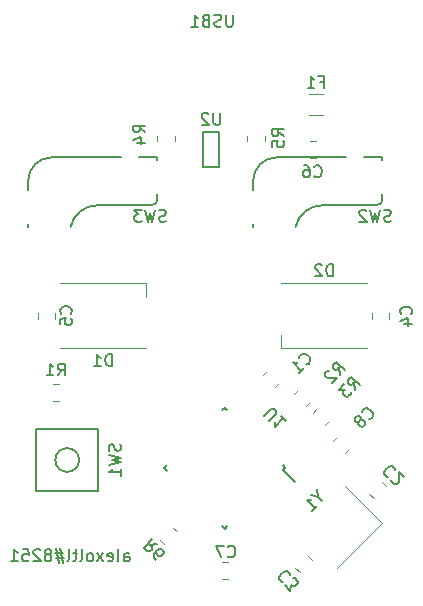
<source format=gbo>
G04 #@! TF.GenerationSoftware,KiCad,Pcbnew,(6.0.7)*
G04 #@! TF.CreationDate,2022-10-04T19:15:27+13:00*
G04 #@! TF.ProjectId,ledusbc2key,6c656475-7362-4633-926b-65792e6b6963,rev?*
G04 #@! TF.SameCoordinates,Original*
G04 #@! TF.FileFunction,Legend,Bot*
G04 #@! TF.FilePolarity,Positive*
%FSLAX46Y46*%
G04 Gerber Fmt 4.6, Leading zero omitted, Abs format (unit mm)*
G04 Created by KiCad (PCBNEW (6.0.7)) date 2022-10-04 19:15:27*
%MOMM*%
%LPD*%
G01*
G04 APERTURE LIST*
%ADD10C,0.150000*%
%ADD11C,0.120000*%
G04 APERTURE END LIST*
D10*
X117285702Y-105858890D02*
X117285702Y-105335081D01*
X117333321Y-105239843D01*
X117428559Y-105192224D01*
X117619035Y-105192224D01*
X117714273Y-105239843D01*
X117285702Y-105811271D02*
X117380940Y-105858890D01*
X117619035Y-105858890D01*
X117714273Y-105811271D01*
X117761892Y-105716033D01*
X117761892Y-105620795D01*
X117714273Y-105525557D01*
X117619035Y-105477938D01*
X117380940Y-105477938D01*
X117285702Y-105430319D01*
X116666654Y-105858890D02*
X116761892Y-105811271D01*
X116809511Y-105716033D01*
X116809511Y-104858890D01*
X115904749Y-105811271D02*
X115999987Y-105858890D01*
X116190463Y-105858890D01*
X116285702Y-105811271D01*
X116333321Y-105716033D01*
X116333321Y-105335081D01*
X116285702Y-105239843D01*
X116190463Y-105192224D01*
X115999987Y-105192224D01*
X115904749Y-105239843D01*
X115857130Y-105335081D01*
X115857130Y-105430319D01*
X116333321Y-105525557D01*
X115523797Y-105858890D02*
X114999987Y-105192224D01*
X115523797Y-105192224D02*
X114999987Y-105858890D01*
X114476178Y-105858890D02*
X114571416Y-105811271D01*
X114619035Y-105763652D01*
X114666654Y-105668414D01*
X114666654Y-105382700D01*
X114619035Y-105287462D01*
X114571416Y-105239843D01*
X114476178Y-105192224D01*
X114333321Y-105192224D01*
X114238083Y-105239843D01*
X114190463Y-105287462D01*
X114142844Y-105382700D01*
X114142844Y-105668414D01*
X114190463Y-105763652D01*
X114238083Y-105811271D01*
X114333321Y-105858890D01*
X114476178Y-105858890D01*
X113571416Y-105858890D02*
X113666654Y-105811271D01*
X113714273Y-105716033D01*
X113714273Y-104858890D01*
X113333321Y-105192224D02*
X112952368Y-105192224D01*
X113190463Y-104858890D02*
X113190463Y-105716033D01*
X113142844Y-105811271D01*
X113047606Y-105858890D01*
X112952368Y-105858890D01*
X112476178Y-105858890D02*
X112571416Y-105811271D01*
X112619035Y-105716033D01*
X112619035Y-104858890D01*
X112142844Y-105192224D02*
X111428559Y-105192224D01*
X111857130Y-104763652D02*
X112142844Y-106049367D01*
X111523797Y-105620795D02*
X112238083Y-105620795D01*
X111809511Y-106049367D02*
X111523797Y-104763652D01*
X110952368Y-105287462D02*
X111047606Y-105239843D01*
X111095225Y-105192224D01*
X111142844Y-105096986D01*
X111142844Y-105049367D01*
X111095225Y-104954129D01*
X111047606Y-104906510D01*
X110952368Y-104858890D01*
X110761892Y-104858890D01*
X110666654Y-104906510D01*
X110619035Y-104954129D01*
X110571416Y-105049367D01*
X110571416Y-105096986D01*
X110619035Y-105192224D01*
X110666654Y-105239843D01*
X110761892Y-105287462D01*
X110952368Y-105287462D01*
X111047606Y-105335081D01*
X111095225Y-105382700D01*
X111142844Y-105477938D01*
X111142844Y-105668414D01*
X111095225Y-105763652D01*
X111047606Y-105811271D01*
X110952368Y-105858890D01*
X110761892Y-105858890D01*
X110666654Y-105811271D01*
X110619035Y-105763652D01*
X110571416Y-105668414D01*
X110571416Y-105477938D01*
X110619035Y-105382700D01*
X110666654Y-105335081D01*
X110761892Y-105287462D01*
X110190463Y-104954129D02*
X110142844Y-104906510D01*
X110047606Y-104858890D01*
X109809511Y-104858890D01*
X109714273Y-104906510D01*
X109666654Y-104954129D01*
X109619035Y-105049367D01*
X109619035Y-105144605D01*
X109666654Y-105287462D01*
X110238083Y-105858890D01*
X109619035Y-105858890D01*
X108714273Y-104858890D02*
X109190463Y-104858890D01*
X109238083Y-105335081D01*
X109190463Y-105287462D01*
X109095225Y-105239843D01*
X108857130Y-105239843D01*
X108761892Y-105287462D01*
X108714273Y-105335081D01*
X108666654Y-105430319D01*
X108666654Y-105668414D01*
X108714273Y-105763652D01*
X108761892Y-105811271D01*
X108857130Y-105858890D01*
X109095225Y-105858890D01*
X109190463Y-105811271D01*
X109238083Y-105763652D01*
X107714273Y-105858890D02*
X108285702Y-105858890D01*
X107999987Y-105858890D02*
X107999987Y-104858890D01*
X108095225Y-105001748D01*
X108190463Y-105096986D01*
X108285702Y-105144605D01*
X116248095Y-89339880D02*
X116248095Y-88339880D01*
X116010000Y-88339880D01*
X115867142Y-88387500D01*
X115771904Y-88482738D01*
X115724285Y-88577976D01*
X115676666Y-88768452D01*
X115676666Y-88911309D01*
X115724285Y-89101785D01*
X115771904Y-89197023D01*
X115867142Y-89292261D01*
X116010000Y-89339880D01*
X116248095Y-89339880D01*
X114724285Y-89339880D02*
X115295714Y-89339880D01*
X115010000Y-89339880D02*
X115010000Y-88339880D01*
X115105238Y-88482738D01*
X115200476Y-88577976D01*
X115295714Y-88625595D01*
X133885833Y-65301071D02*
X134219166Y-65301071D01*
X134219166Y-65824880D02*
X134219166Y-64824880D01*
X133742976Y-64824880D01*
X132838214Y-65824880D02*
X133409642Y-65824880D01*
X133123928Y-65824880D02*
X133123928Y-64824880D01*
X133219166Y-64967738D01*
X133314404Y-65062976D01*
X133409642Y-65110595D01*
X119082380Y-69565833D02*
X118606190Y-69232500D01*
X119082380Y-68994404D02*
X118082380Y-68994404D01*
X118082380Y-69375357D01*
X118130000Y-69470595D01*
X118177619Y-69518214D01*
X118272857Y-69565833D01*
X118415714Y-69565833D01*
X118510952Y-69518214D01*
X118558571Y-69470595D01*
X118606190Y-69375357D01*
X118606190Y-68994404D01*
X118415714Y-70422976D02*
X119082380Y-70422976D01*
X118034761Y-70184880D02*
X118749047Y-69946785D01*
X118749047Y-70565833D01*
X136830232Y-91373153D02*
X136729217Y-90800733D01*
X137234293Y-90969092D02*
X136527187Y-90261985D01*
X136257812Y-90531359D01*
X136224141Y-90632374D01*
X136224141Y-90699718D01*
X136257812Y-90800733D01*
X136358828Y-90901748D01*
X136459843Y-90935420D01*
X136527187Y-90935420D01*
X136628202Y-90901748D01*
X136897576Y-90632374D01*
X135887423Y-90901748D02*
X135449690Y-91339481D01*
X135954767Y-91373153D01*
X135853751Y-91474168D01*
X135820080Y-91575184D01*
X135820080Y-91642527D01*
X135853751Y-91743542D01*
X136022110Y-91911901D01*
X136123125Y-91945573D01*
X136190469Y-91945573D01*
X136291484Y-91911901D01*
X136493515Y-91709871D01*
X136527187Y-91608855D01*
X136527187Y-91541512D01*
X120835833Y-77077261D02*
X120692976Y-77124880D01*
X120454880Y-77124880D01*
X120359642Y-77077261D01*
X120312023Y-77029642D01*
X120264404Y-76934404D01*
X120264404Y-76839166D01*
X120312023Y-76743928D01*
X120359642Y-76696309D01*
X120454880Y-76648690D01*
X120645357Y-76601071D01*
X120740595Y-76553452D01*
X120788214Y-76505833D01*
X120835833Y-76410595D01*
X120835833Y-76315357D01*
X120788214Y-76220119D01*
X120740595Y-76172500D01*
X120645357Y-76124880D01*
X120407261Y-76124880D01*
X120264404Y-76172500D01*
X119931071Y-76124880D02*
X119692976Y-77124880D01*
X119502500Y-76410595D01*
X119312023Y-77124880D01*
X119073928Y-76124880D01*
X118788214Y-76124880D02*
X118169166Y-76124880D01*
X118502500Y-76505833D01*
X118359642Y-76505833D01*
X118264404Y-76553452D01*
X118216785Y-76601071D01*
X118169166Y-76696309D01*
X118169166Y-76934404D01*
X118216785Y-77029642D01*
X118264404Y-77077261D01*
X118359642Y-77124880D01*
X118645357Y-77124880D01*
X118740595Y-77077261D01*
X118788214Y-77029642D01*
X130829880Y-69883333D02*
X130353690Y-69550000D01*
X130829880Y-69311904D02*
X129829880Y-69311904D01*
X129829880Y-69692857D01*
X129877500Y-69788095D01*
X129925119Y-69835714D01*
X130020357Y-69883333D01*
X130163214Y-69883333D01*
X130258452Y-69835714D01*
X130306071Y-69788095D01*
X130353690Y-69692857D01*
X130353690Y-69311904D01*
X129829880Y-70788095D02*
X129829880Y-70311904D01*
X130306071Y-70264285D01*
X130258452Y-70311904D01*
X130210833Y-70407142D01*
X130210833Y-70645238D01*
X130258452Y-70740476D01*
X130306071Y-70788095D01*
X130401309Y-70835714D01*
X130639404Y-70835714D01*
X130734642Y-70788095D01*
X130782261Y-70740476D01*
X130829880Y-70645238D01*
X130829880Y-70407142D01*
X130782261Y-70311904D01*
X130734642Y-70264285D01*
X120084911Y-104433009D02*
X119512491Y-104534024D01*
X119680850Y-104028948D02*
X118973743Y-104736054D01*
X119243117Y-105005429D01*
X119344132Y-105039100D01*
X119411476Y-105039100D01*
X119512491Y-105005429D01*
X119613506Y-104904413D01*
X119647178Y-104803398D01*
X119647178Y-104736054D01*
X119613506Y-104635039D01*
X119344132Y-104365665D01*
X119983896Y-105746207D02*
X119849209Y-105611520D01*
X119815537Y-105510505D01*
X119815537Y-105443161D01*
X119849209Y-105274803D01*
X119950224Y-105106444D01*
X120219598Y-104837070D01*
X120320613Y-104803398D01*
X120387957Y-104803398D01*
X120488972Y-104837070D01*
X120623659Y-104971757D01*
X120657331Y-105072772D01*
X120657331Y-105140116D01*
X120623659Y-105241131D01*
X120455300Y-105409490D01*
X120354285Y-105443161D01*
X120286942Y-105443161D01*
X120185926Y-105409490D01*
X120051239Y-105274803D01*
X120017568Y-105173787D01*
X120017568Y-105106444D01*
X120051239Y-105005429D01*
X141581642Y-84923333D02*
X141629261Y-84875714D01*
X141676880Y-84732857D01*
X141676880Y-84637619D01*
X141629261Y-84494761D01*
X141534023Y-84399523D01*
X141438785Y-84351904D01*
X141248309Y-84304285D01*
X141105452Y-84304285D01*
X140914976Y-84351904D01*
X140819738Y-84399523D01*
X140724500Y-84494761D01*
X140676880Y-84637619D01*
X140676880Y-84732857D01*
X140724500Y-84875714D01*
X140772119Y-84923333D01*
X141010214Y-85780476D02*
X141676880Y-85780476D01*
X140629261Y-85542380D02*
X141343547Y-85304285D01*
X141343547Y-85923333D01*
X131340665Y-107049978D02*
X131340665Y-106982635D01*
X131273321Y-106847948D01*
X131205978Y-106780604D01*
X131071290Y-106713261D01*
X130936603Y-106713261D01*
X130835588Y-106746932D01*
X130667229Y-106847948D01*
X130566214Y-106948963D01*
X130465199Y-107117322D01*
X130431527Y-107218337D01*
X130431527Y-107353024D01*
X130498871Y-107487711D01*
X130566214Y-107555055D01*
X130700901Y-107622398D01*
X130768245Y-107622398D01*
X130936603Y-107925444D02*
X131374336Y-108363177D01*
X131408008Y-107858100D01*
X131509023Y-107959116D01*
X131610039Y-107992787D01*
X131677382Y-107992787D01*
X131778397Y-107959116D01*
X131946756Y-107790757D01*
X131980428Y-107689742D01*
X131980428Y-107622398D01*
X131946756Y-107521383D01*
X131744726Y-107319352D01*
X131643710Y-107285680D01*
X131576367Y-107285680D01*
X125424404Y-67914880D02*
X125424404Y-68724404D01*
X125376785Y-68819642D01*
X125329166Y-68867261D01*
X125233928Y-68914880D01*
X125043452Y-68914880D01*
X124948214Y-68867261D01*
X124900595Y-68819642D01*
X124852976Y-68724404D01*
X124852976Y-67914880D01*
X124424404Y-68010119D02*
X124376785Y-67962500D01*
X124281547Y-67914880D01*
X124043452Y-67914880D01*
X123948214Y-67962500D01*
X123900595Y-68010119D01*
X123852976Y-68105357D01*
X123852976Y-68200595D01*
X123900595Y-68343452D01*
X124472023Y-68914880D01*
X123852976Y-68914880D01*
X138032889Y-93845810D02*
X138100232Y-93845810D01*
X138234919Y-93778466D01*
X138302263Y-93711123D01*
X138369606Y-93576435D01*
X138369606Y-93441748D01*
X138335935Y-93340733D01*
X138234919Y-93172374D01*
X138133904Y-93071359D01*
X137965545Y-92970344D01*
X137864530Y-92936672D01*
X137729843Y-92936672D01*
X137595156Y-93004016D01*
X137527812Y-93071359D01*
X137460469Y-93206046D01*
X137460469Y-93273390D01*
X137292110Y-93913153D02*
X137325782Y-93812138D01*
X137325782Y-93744794D01*
X137292110Y-93643779D01*
X137258438Y-93610107D01*
X137157423Y-93576435D01*
X137090080Y-93576435D01*
X136989064Y-93610107D01*
X136854377Y-93744794D01*
X136820706Y-93845810D01*
X136820706Y-93913153D01*
X136854377Y-94014168D01*
X136888049Y-94047840D01*
X136989064Y-94081512D01*
X137056408Y-94081512D01*
X137157423Y-94047840D01*
X137292110Y-93913153D01*
X137393125Y-93879481D01*
X137460469Y-93879481D01*
X137561484Y-93913153D01*
X137696171Y-94047840D01*
X137729843Y-94148855D01*
X137729843Y-94216199D01*
X137696171Y-94317214D01*
X137561484Y-94451901D01*
X137460469Y-94485573D01*
X137393125Y-94485573D01*
X137292110Y-94451901D01*
X137157423Y-94317214D01*
X137123751Y-94216199D01*
X137123751Y-94148855D01*
X137157423Y-94047840D01*
X116943761Y-95966666D02*
X116991380Y-96109523D01*
X116991380Y-96347619D01*
X116943761Y-96442857D01*
X116896142Y-96490476D01*
X116800904Y-96538095D01*
X116705666Y-96538095D01*
X116610428Y-96490476D01*
X116562809Y-96442857D01*
X116515190Y-96347619D01*
X116467571Y-96157142D01*
X116419952Y-96061904D01*
X116372333Y-96014285D01*
X116277095Y-95966666D01*
X116181857Y-95966666D01*
X116086619Y-96014285D01*
X116039000Y-96061904D01*
X115991380Y-96157142D01*
X115991380Y-96395238D01*
X116039000Y-96538095D01*
X115991380Y-96871428D02*
X116991380Y-97109523D01*
X116277095Y-97300000D01*
X116991380Y-97490476D01*
X115991380Y-97728571D01*
X116991380Y-98633333D02*
X116991380Y-98061904D01*
X116991380Y-98347619D02*
X115991380Y-98347619D01*
X116134238Y-98252380D01*
X116229476Y-98157142D01*
X116277095Y-98061904D01*
X129164129Y-93559497D02*
X129736549Y-92987077D01*
X129837564Y-92953405D01*
X129904908Y-92953405D01*
X130005923Y-92987077D01*
X130140610Y-93121764D01*
X130174282Y-93222779D01*
X130174282Y-93290123D01*
X130140610Y-93391138D01*
X129568190Y-93963558D01*
X130982404Y-93963558D02*
X130578343Y-93559497D01*
X130780373Y-93761527D02*
X130073267Y-94468634D01*
X130106938Y-94300275D01*
X130106938Y-94165588D01*
X130073267Y-94064573D01*
X140230665Y-98159978D02*
X140230665Y-98092635D01*
X140163321Y-97957948D01*
X140095978Y-97890604D01*
X139961290Y-97823261D01*
X139826603Y-97823261D01*
X139725588Y-97856932D01*
X139557229Y-97957948D01*
X139456214Y-98058963D01*
X139355199Y-98227322D01*
X139321527Y-98328337D01*
X139321527Y-98463024D01*
X139388871Y-98597711D01*
X139456214Y-98665055D01*
X139590901Y-98732398D01*
X139658245Y-98732398D01*
X139927619Y-99001772D02*
X139927619Y-99069116D01*
X139961290Y-99170131D01*
X140129649Y-99338490D01*
X140230665Y-99372161D01*
X140298008Y-99372161D01*
X140399023Y-99338490D01*
X140466367Y-99271146D01*
X140533710Y-99136459D01*
X140533710Y-98328337D01*
X140971443Y-98766070D01*
X111689166Y-90132380D02*
X112022500Y-89656190D01*
X112260595Y-90132380D02*
X112260595Y-89132380D01*
X111879642Y-89132380D01*
X111784404Y-89180000D01*
X111736785Y-89227619D01*
X111689166Y-89322857D01*
X111689166Y-89465714D01*
X111736785Y-89560952D01*
X111784404Y-89608571D01*
X111879642Y-89656190D01*
X112260595Y-89656190D01*
X110736785Y-90132380D02*
X111308214Y-90132380D01*
X111022500Y-90132380D02*
X111022500Y-89132380D01*
X111117738Y-89275238D01*
X111212976Y-89370476D01*
X111308214Y-89418095D01*
X132707888Y-89209687D02*
X132775231Y-89209687D01*
X132909918Y-89142343D01*
X132977262Y-89075000D01*
X133044605Y-88940312D01*
X133044605Y-88805625D01*
X133010934Y-88704610D01*
X132909918Y-88536251D01*
X132808903Y-88435236D01*
X132640544Y-88334221D01*
X132539529Y-88300549D01*
X132404842Y-88300549D01*
X132270155Y-88367893D01*
X132202811Y-88435236D01*
X132135468Y-88569923D01*
X132135468Y-88637267D01*
X132101796Y-89950465D02*
X132505857Y-89546404D01*
X132303827Y-89748435D02*
X131596720Y-89041328D01*
X131765079Y-89075000D01*
X131899766Y-89075000D01*
X132000781Y-89041328D01*
X133748359Y-100399314D02*
X134085077Y-100736032D01*
X133613672Y-99793223D02*
X133748359Y-100399314D01*
X133142268Y-100264627D01*
X133243283Y-101577825D02*
X133647344Y-101173764D01*
X133445313Y-101375795D02*
X132738207Y-100668688D01*
X132906565Y-100702360D01*
X133041252Y-100702360D01*
X133142268Y-100668688D01*
X126513095Y-59609880D02*
X126513095Y-60419404D01*
X126465476Y-60514642D01*
X126417857Y-60562261D01*
X126322619Y-60609880D01*
X126132142Y-60609880D01*
X126036904Y-60562261D01*
X125989285Y-60514642D01*
X125941666Y-60419404D01*
X125941666Y-59609880D01*
X125513095Y-60562261D02*
X125370238Y-60609880D01*
X125132142Y-60609880D01*
X125036904Y-60562261D01*
X124989285Y-60514642D01*
X124941666Y-60419404D01*
X124941666Y-60324166D01*
X124989285Y-60228928D01*
X125036904Y-60181309D01*
X125132142Y-60133690D01*
X125322619Y-60086071D01*
X125417857Y-60038452D01*
X125465476Y-59990833D01*
X125513095Y-59895595D01*
X125513095Y-59800357D01*
X125465476Y-59705119D01*
X125417857Y-59657500D01*
X125322619Y-59609880D01*
X125084523Y-59609880D01*
X124941666Y-59657500D01*
X124179761Y-60086071D02*
X124036904Y-60133690D01*
X123989285Y-60181309D01*
X123941666Y-60276547D01*
X123941666Y-60419404D01*
X123989285Y-60514642D01*
X124036904Y-60562261D01*
X124132142Y-60609880D01*
X124513095Y-60609880D01*
X124513095Y-59609880D01*
X124179761Y-59609880D01*
X124084523Y-59657500D01*
X124036904Y-59705119D01*
X123989285Y-59800357D01*
X123989285Y-59895595D01*
X124036904Y-59990833D01*
X124084523Y-60038452D01*
X124179761Y-60086071D01*
X124513095Y-60086071D01*
X122989285Y-60609880D02*
X123560714Y-60609880D01*
X123275000Y-60609880D02*
X123275000Y-59609880D01*
X123370238Y-59752738D01*
X123465476Y-59847976D01*
X123560714Y-59895595D01*
X133401666Y-73264642D02*
X133449285Y-73312261D01*
X133592142Y-73359880D01*
X133687380Y-73359880D01*
X133830238Y-73312261D01*
X133925476Y-73217023D01*
X133973095Y-73121785D01*
X134020714Y-72931309D01*
X134020714Y-72788452D01*
X133973095Y-72597976D01*
X133925476Y-72502738D01*
X133830238Y-72407500D01*
X133687380Y-72359880D01*
X133592142Y-72359880D01*
X133449285Y-72407500D01*
X133401666Y-72455119D01*
X132544523Y-72359880D02*
X132735000Y-72359880D01*
X132830238Y-72407500D01*
X132877857Y-72455119D01*
X132973095Y-72597976D01*
X133020714Y-72788452D01*
X133020714Y-73169404D01*
X132973095Y-73264642D01*
X132925476Y-73312261D01*
X132830238Y-73359880D01*
X132639761Y-73359880D01*
X132544523Y-73312261D01*
X132496904Y-73264642D01*
X132449285Y-73169404D01*
X132449285Y-72931309D01*
X132496904Y-72836071D01*
X132544523Y-72788452D01*
X132639761Y-72740833D01*
X132830238Y-72740833D01*
X132925476Y-72788452D01*
X132973095Y-72836071D01*
X133020714Y-72931309D01*
X135560232Y-90103153D02*
X135459217Y-89530733D01*
X135964293Y-89699092D02*
X135257187Y-88991985D01*
X134987812Y-89261359D01*
X134954141Y-89362374D01*
X134954141Y-89429718D01*
X134987812Y-89530733D01*
X135088828Y-89631748D01*
X135189843Y-89665420D01*
X135257187Y-89665420D01*
X135358202Y-89631748D01*
X135627576Y-89362374D01*
X134651095Y-89732764D02*
X134583751Y-89732764D01*
X134482736Y-89766435D01*
X134314377Y-89934794D01*
X134280706Y-90035810D01*
X134280706Y-90103153D01*
X134314377Y-90204168D01*
X134381721Y-90271512D01*
X134516408Y-90338855D01*
X135324530Y-90338855D01*
X134886797Y-90776588D01*
X126076666Y-105444642D02*
X126124285Y-105492261D01*
X126267142Y-105539880D01*
X126362380Y-105539880D01*
X126505238Y-105492261D01*
X126600476Y-105397023D01*
X126648095Y-105301785D01*
X126695714Y-105111309D01*
X126695714Y-104968452D01*
X126648095Y-104777976D01*
X126600476Y-104682738D01*
X126505238Y-104587500D01*
X126362380Y-104539880D01*
X126267142Y-104539880D01*
X126124285Y-104587500D01*
X126076666Y-104635119D01*
X125743333Y-104539880D02*
X125076666Y-104539880D01*
X125505238Y-105539880D01*
X139885833Y-77077261D02*
X139742976Y-77124880D01*
X139504880Y-77124880D01*
X139409642Y-77077261D01*
X139362023Y-77029642D01*
X139314404Y-76934404D01*
X139314404Y-76839166D01*
X139362023Y-76743928D01*
X139409642Y-76696309D01*
X139504880Y-76648690D01*
X139695357Y-76601071D01*
X139790595Y-76553452D01*
X139838214Y-76505833D01*
X139885833Y-76410595D01*
X139885833Y-76315357D01*
X139838214Y-76220119D01*
X139790595Y-76172500D01*
X139695357Y-76124880D01*
X139457261Y-76124880D01*
X139314404Y-76172500D01*
X138981071Y-76124880D02*
X138742976Y-77124880D01*
X138552500Y-76410595D01*
X138362023Y-77124880D01*
X138123928Y-76124880D01*
X137790595Y-76220119D02*
X137742976Y-76172500D01*
X137647738Y-76124880D01*
X137409642Y-76124880D01*
X137314404Y-76172500D01*
X137266785Y-76220119D01*
X137219166Y-76315357D01*
X137219166Y-76410595D01*
X137266785Y-76553452D01*
X137838214Y-77124880D01*
X137219166Y-77124880D01*
X112784642Y-84910833D02*
X112832261Y-84863214D01*
X112879880Y-84720357D01*
X112879880Y-84625119D01*
X112832261Y-84482261D01*
X112737023Y-84387023D01*
X112641785Y-84339404D01*
X112451309Y-84291785D01*
X112308452Y-84291785D01*
X112117976Y-84339404D01*
X112022738Y-84387023D01*
X111927500Y-84482261D01*
X111879880Y-84625119D01*
X111879880Y-84720357D01*
X111927500Y-84863214D01*
X111975119Y-84910833D01*
X111879880Y-85815595D02*
X111879880Y-85339404D01*
X112356071Y-85291785D01*
X112308452Y-85339404D01*
X112260833Y-85434642D01*
X112260833Y-85672738D01*
X112308452Y-85767976D01*
X112356071Y-85815595D01*
X112451309Y-85863214D01*
X112689404Y-85863214D01*
X112784642Y-85815595D01*
X112832261Y-85767976D01*
X112879880Y-85672738D01*
X112879880Y-85434642D01*
X112832261Y-85339404D01*
X112784642Y-85291785D01*
X134977595Y-81732380D02*
X134977595Y-80732380D01*
X134739500Y-80732380D01*
X134596642Y-80780000D01*
X134501404Y-80875238D01*
X134453785Y-80970476D01*
X134406166Y-81160952D01*
X134406166Y-81303809D01*
X134453785Y-81494285D01*
X134501404Y-81589523D01*
X134596642Y-81684761D01*
X134739500Y-81732380D01*
X134977595Y-81732380D01*
X134025214Y-80827619D02*
X133977595Y-80780000D01*
X133882357Y-80732380D01*
X133644261Y-80732380D01*
X133549023Y-80780000D01*
X133501404Y-80827619D01*
X133453785Y-80922857D01*
X133453785Y-81018095D01*
X133501404Y-81160952D01*
X134072833Y-81732380D01*
X133453785Y-81732380D01*
D11*
X111860000Y-87827500D02*
X119160000Y-87827500D01*
X119160000Y-82327500D02*
X119160000Y-83477500D01*
X111860000Y-82327500D02*
X119160000Y-82327500D01*
X134154564Y-66282500D02*
X132950436Y-66282500D01*
X134154564Y-68102500D02*
X132950436Y-68102500D01*
X121587500Y-70324564D02*
X121587500Y-69870436D01*
X120117500Y-70324564D02*
X120117500Y-69870436D01*
X134283772Y-94319298D02*
X134604889Y-93998181D01*
X133244325Y-93279851D02*
X133565442Y-92958734D01*
D10*
X119617324Y-75722280D02*
X115052500Y-75722280D01*
X120117324Y-71672280D02*
X120117324Y-71902280D01*
X118567324Y-71672280D02*
X120117324Y-71672280D01*
X109167324Y-77322280D02*
X109167324Y-77562280D01*
X120117324Y-74752280D02*
X120117324Y-75222280D01*
X111167324Y-71672280D02*
X117067324Y-71672280D01*
X109167324Y-74472280D02*
X109167324Y-73672280D01*
X111167324Y-71672280D02*
G75*
G03*
X109167324Y-73672280I5J-2000005D01*
G01*
X119617324Y-75722280D02*
G75*
G03*
X120117324Y-75222280I-1J500001D01*
G01*
X115052500Y-75722280D02*
G75*
G03*
X112758178Y-77562280I-866J-2349332D01*
G01*
D11*
X127737500Y-70324564D02*
X127737500Y-69870436D01*
X129207500Y-70324564D02*
X129207500Y-69870436D01*
X121408772Y-103023734D02*
X121729889Y-103344851D01*
X120369325Y-104063181D02*
X120690442Y-104384298D01*
X139737000Y-84828748D02*
X139737000Y-85351252D01*
X138267000Y-84828748D02*
X138267000Y-85351252D01*
X132172898Y-106822915D02*
X131803431Y-106453448D01*
X133212345Y-105783468D02*
X132842878Y-105414001D01*
D10*
X124012500Y-72452500D02*
X124012500Y-69552500D01*
X125312500Y-72452500D02*
X125312500Y-69552500D01*
X124012500Y-69552500D02*
X125312500Y-69552500D01*
X125312500Y-72452500D02*
X124012500Y-72452500D01*
D11*
X134954420Y-95697256D02*
X135323887Y-95327789D01*
X135993867Y-96736703D02*
X136363334Y-96367236D01*
D10*
X109875000Y-99900000D02*
X115075000Y-99900000D01*
X109875000Y-94700000D02*
X109875000Y-99900000D01*
X115075000Y-99900000D02*
X115075000Y-94700000D01*
X115075000Y-94700000D02*
X109875000Y-94700000D01*
X113475000Y-97300000D02*
G75*
G03*
X113475000Y-97300000I-1000000J0D01*
G01*
X130779532Y-98148115D02*
X131787159Y-99155742D01*
X125812107Y-103115540D02*
X126041917Y-102885730D01*
X130938631Y-97989016D02*
X130779532Y-98148115D01*
X125812107Y-92862492D02*
X125582297Y-93092302D01*
X125812107Y-103115540D02*
X125582297Y-102885730D01*
X120685583Y-97989016D02*
X120915393Y-98218826D01*
X125812107Y-92862492D02*
X126041917Y-93092302D01*
X130938631Y-97989016D02*
X130708821Y-97759206D01*
X120685583Y-97989016D02*
X120915393Y-97759206D01*
D11*
X138054999Y-100167268D02*
X138424466Y-100536735D01*
X139094446Y-99127821D02*
X139463913Y-99497288D01*
X111295436Y-90850000D02*
X111749564Y-90850000D01*
X111295436Y-92320000D02*
X111749564Y-92320000D01*
X129020543Y-90102510D02*
X129390010Y-89733043D01*
X130059990Y-91141957D02*
X130429457Y-90772490D01*
X135969176Y-99475189D02*
X139151157Y-102657170D01*
X139151157Y-102657170D02*
X135332780Y-106475547D01*
X133581252Y-71737500D02*
X133058748Y-71737500D01*
X133581252Y-70267500D02*
X133058748Y-70267500D01*
X131977942Y-91371234D02*
X131656825Y-91692351D01*
X133017389Y-92410681D02*
X132696272Y-92731798D01*
X126086252Y-107410000D02*
X125563748Y-107410000D01*
X126086252Y-105940000D02*
X125563748Y-105940000D01*
D10*
X128217324Y-77322280D02*
X128217324Y-77562280D01*
X128217324Y-74472280D02*
X128217324Y-73672280D01*
X130217324Y-71672280D02*
X136117324Y-71672280D01*
X139167324Y-74752280D02*
X139167324Y-75222280D01*
X137617324Y-71672280D02*
X139167324Y-71672280D01*
X138667324Y-75722280D02*
X134102500Y-75722280D01*
X139167324Y-71672280D02*
X139167324Y-71902280D01*
X138667324Y-75722280D02*
G75*
G03*
X139167324Y-75222280I-1J500001D01*
G01*
X134102500Y-75722280D02*
G75*
G03*
X131808178Y-77562280I-866J-2349332D01*
G01*
X130217324Y-71672280D02*
G75*
G03*
X128217324Y-73672280I5J-2000005D01*
G01*
D11*
X110012500Y-85338752D02*
X110012500Y-84816248D01*
X111482500Y-85338752D02*
X111482500Y-84816248D01*
X137889500Y-82340000D02*
X130589500Y-82340000D01*
X137889500Y-87840000D02*
X130589500Y-87840000D01*
X130589500Y-87840000D02*
X130589500Y-86690000D01*
M02*

</source>
